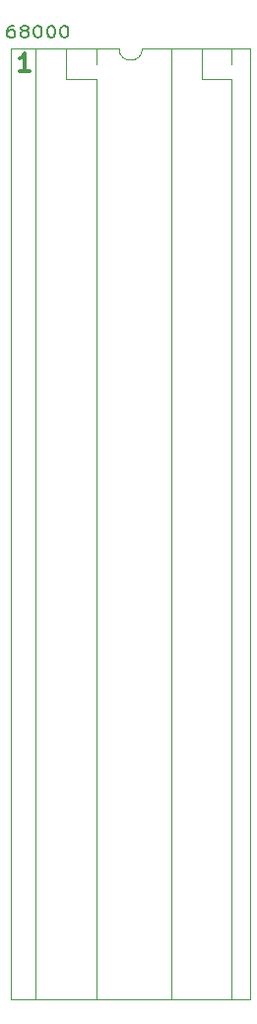
<source format=gbr>
G04 #@! TF.GenerationSoftware,KiCad,Pcbnew,(7.0.0-0)*
G04 #@! TF.CreationDate,2023-03-11T12:41:52+01:00*
G04 #@! TF.ProjectId,86KUUTHeader,38364b55-5554-4486-9561-6465722e6b69,rev?*
G04 #@! TF.SameCoordinates,Original*
G04 #@! TF.FileFunction,Legend,Top*
G04 #@! TF.FilePolarity,Positive*
%FSLAX46Y46*%
G04 Gerber Fmt 4.6, Leading zero omitted, Abs format (unit mm)*
G04 Created by KiCad (PCBNEW (7.0.0-0)) date 2023-03-11 12:41:52*
%MOMM*%
%LPD*%
G01*
G04 APERTURE LIST*
%ADD10C,0.300000*%
%ADD11C,0.200000*%
%ADD12C,0.120000*%
G04 APERTURE END LIST*
D10*
X125942857Y-59373571D02*
X125085714Y-59373571D01*
X125514285Y-59373571D02*
X125514285Y-57873571D01*
X125514285Y-57873571D02*
X125371428Y-58087857D01*
X125371428Y-58087857D02*
X125228571Y-58230714D01*
X125228571Y-58230714D02*
X125085714Y-58302142D01*
D11*
X124602858Y-55505380D02*
X124374286Y-55505380D01*
X124374286Y-55505380D02*
X124260000Y-55553000D01*
X124260000Y-55553000D02*
X124202858Y-55600619D01*
X124202858Y-55600619D02*
X124088572Y-55743476D01*
X124088572Y-55743476D02*
X124031429Y-55933952D01*
X124031429Y-55933952D02*
X124031429Y-56314904D01*
X124031429Y-56314904D02*
X124088572Y-56410142D01*
X124088572Y-56410142D02*
X124145715Y-56457761D01*
X124145715Y-56457761D02*
X124260000Y-56505380D01*
X124260000Y-56505380D02*
X124488572Y-56505380D01*
X124488572Y-56505380D02*
X124602858Y-56457761D01*
X124602858Y-56457761D02*
X124660000Y-56410142D01*
X124660000Y-56410142D02*
X124717143Y-56314904D01*
X124717143Y-56314904D02*
X124717143Y-56076809D01*
X124717143Y-56076809D02*
X124660000Y-55981571D01*
X124660000Y-55981571D02*
X124602858Y-55933952D01*
X124602858Y-55933952D02*
X124488572Y-55886333D01*
X124488572Y-55886333D02*
X124260000Y-55886333D01*
X124260000Y-55886333D02*
X124145715Y-55933952D01*
X124145715Y-55933952D02*
X124088572Y-55981571D01*
X124088572Y-55981571D02*
X124031429Y-56076809D01*
X125402857Y-55933952D02*
X125288572Y-55886333D01*
X125288572Y-55886333D02*
X125231429Y-55838714D01*
X125231429Y-55838714D02*
X125174286Y-55743476D01*
X125174286Y-55743476D02*
X125174286Y-55695857D01*
X125174286Y-55695857D02*
X125231429Y-55600619D01*
X125231429Y-55600619D02*
X125288572Y-55553000D01*
X125288572Y-55553000D02*
X125402857Y-55505380D01*
X125402857Y-55505380D02*
X125631429Y-55505380D01*
X125631429Y-55505380D02*
X125745715Y-55553000D01*
X125745715Y-55553000D02*
X125802857Y-55600619D01*
X125802857Y-55600619D02*
X125860000Y-55695857D01*
X125860000Y-55695857D02*
X125860000Y-55743476D01*
X125860000Y-55743476D02*
X125802857Y-55838714D01*
X125802857Y-55838714D02*
X125745715Y-55886333D01*
X125745715Y-55886333D02*
X125631429Y-55933952D01*
X125631429Y-55933952D02*
X125402857Y-55933952D01*
X125402857Y-55933952D02*
X125288572Y-55981571D01*
X125288572Y-55981571D02*
X125231429Y-56029190D01*
X125231429Y-56029190D02*
X125174286Y-56124428D01*
X125174286Y-56124428D02*
X125174286Y-56314904D01*
X125174286Y-56314904D02*
X125231429Y-56410142D01*
X125231429Y-56410142D02*
X125288572Y-56457761D01*
X125288572Y-56457761D02*
X125402857Y-56505380D01*
X125402857Y-56505380D02*
X125631429Y-56505380D01*
X125631429Y-56505380D02*
X125745715Y-56457761D01*
X125745715Y-56457761D02*
X125802857Y-56410142D01*
X125802857Y-56410142D02*
X125860000Y-56314904D01*
X125860000Y-56314904D02*
X125860000Y-56124428D01*
X125860000Y-56124428D02*
X125802857Y-56029190D01*
X125802857Y-56029190D02*
X125745715Y-55981571D01*
X125745715Y-55981571D02*
X125631429Y-55933952D01*
X126602857Y-55505380D02*
X126717143Y-55505380D01*
X126717143Y-55505380D02*
X126831429Y-55553000D01*
X126831429Y-55553000D02*
X126888572Y-55600619D01*
X126888572Y-55600619D02*
X126945714Y-55695857D01*
X126945714Y-55695857D02*
X127002857Y-55886333D01*
X127002857Y-55886333D02*
X127002857Y-56124428D01*
X127002857Y-56124428D02*
X126945714Y-56314904D01*
X126945714Y-56314904D02*
X126888572Y-56410142D01*
X126888572Y-56410142D02*
X126831429Y-56457761D01*
X126831429Y-56457761D02*
X126717143Y-56505380D01*
X126717143Y-56505380D02*
X126602857Y-56505380D01*
X126602857Y-56505380D02*
X126488572Y-56457761D01*
X126488572Y-56457761D02*
X126431429Y-56410142D01*
X126431429Y-56410142D02*
X126374286Y-56314904D01*
X126374286Y-56314904D02*
X126317143Y-56124428D01*
X126317143Y-56124428D02*
X126317143Y-55886333D01*
X126317143Y-55886333D02*
X126374286Y-55695857D01*
X126374286Y-55695857D02*
X126431429Y-55600619D01*
X126431429Y-55600619D02*
X126488572Y-55553000D01*
X126488572Y-55553000D02*
X126602857Y-55505380D01*
X127745714Y-55505380D02*
X127860000Y-55505380D01*
X127860000Y-55505380D02*
X127974286Y-55553000D01*
X127974286Y-55553000D02*
X128031429Y-55600619D01*
X128031429Y-55600619D02*
X128088571Y-55695857D01*
X128088571Y-55695857D02*
X128145714Y-55886333D01*
X128145714Y-55886333D02*
X128145714Y-56124428D01*
X128145714Y-56124428D02*
X128088571Y-56314904D01*
X128088571Y-56314904D02*
X128031429Y-56410142D01*
X128031429Y-56410142D02*
X127974286Y-56457761D01*
X127974286Y-56457761D02*
X127860000Y-56505380D01*
X127860000Y-56505380D02*
X127745714Y-56505380D01*
X127745714Y-56505380D02*
X127631429Y-56457761D01*
X127631429Y-56457761D02*
X127574286Y-56410142D01*
X127574286Y-56410142D02*
X127517143Y-56314904D01*
X127517143Y-56314904D02*
X127460000Y-56124428D01*
X127460000Y-56124428D02*
X127460000Y-55886333D01*
X127460000Y-55886333D02*
X127517143Y-55695857D01*
X127517143Y-55695857D02*
X127574286Y-55600619D01*
X127574286Y-55600619D02*
X127631429Y-55553000D01*
X127631429Y-55553000D02*
X127745714Y-55505380D01*
X128888571Y-55505380D02*
X129002857Y-55505380D01*
X129002857Y-55505380D02*
X129117143Y-55553000D01*
X129117143Y-55553000D02*
X129174286Y-55600619D01*
X129174286Y-55600619D02*
X129231428Y-55695857D01*
X129231428Y-55695857D02*
X129288571Y-55886333D01*
X129288571Y-55886333D02*
X129288571Y-56124428D01*
X129288571Y-56124428D02*
X129231428Y-56314904D01*
X129231428Y-56314904D02*
X129174286Y-56410142D01*
X129174286Y-56410142D02*
X129117143Y-56457761D01*
X129117143Y-56457761D02*
X129002857Y-56505380D01*
X129002857Y-56505380D02*
X128888571Y-56505380D01*
X128888571Y-56505380D02*
X128774286Y-56457761D01*
X128774286Y-56457761D02*
X128717143Y-56410142D01*
X128717143Y-56410142D02*
X128660000Y-56314904D01*
X128660000Y-56314904D02*
X128602857Y-56124428D01*
X128602857Y-56124428D02*
X128602857Y-55886333D01*
X128602857Y-55886333D02*
X128660000Y-55695857D01*
X128660000Y-55695857D02*
X128717143Y-55600619D01*
X128717143Y-55600619D02*
X128774286Y-55553000D01*
X128774286Y-55553000D02*
X128888571Y-55505380D01*
D12*
X126490000Y-57470000D02*
X126490000Y-138870000D01*
X126490000Y-57470000D02*
X129090000Y-57470000D01*
X126490000Y-138870000D02*
X131690000Y-138870000D01*
X129090000Y-57470000D02*
X129090000Y-60070000D01*
X129090000Y-60070000D02*
X131690000Y-60070000D01*
X130360000Y-57470000D02*
X131690000Y-57470000D01*
X131690000Y-57470000D02*
X131690000Y-58800000D01*
X131690000Y-60070000D02*
X131690000Y-138870000D01*
X138130000Y-57470000D02*
X138130000Y-138870000D01*
X138130000Y-57470000D02*
X140730000Y-57470000D01*
X138130000Y-138870000D02*
X143330000Y-138870000D01*
X140730000Y-57470000D02*
X140730000Y-60070000D01*
X140730000Y-60070000D02*
X143330000Y-60070000D01*
X142000000Y-57470000D02*
X143330000Y-57470000D01*
X143330000Y-57470000D02*
X143330000Y-58800000D01*
X143330000Y-60070000D02*
X143330000Y-138870000D01*
X124367000Y-57470000D02*
X124367000Y-138870000D01*
X124367000Y-138870000D02*
X144907000Y-138870000D01*
X133637000Y-57470000D02*
X124367000Y-57470000D01*
X144907000Y-57470000D02*
X135637000Y-57470000D01*
X144907000Y-138870000D02*
X144907000Y-57470000D01*
X133637000Y-57470000D02*
G75*
G03*
X135637000Y-57470000I1000000J0D01*
G01*
M02*

</source>
